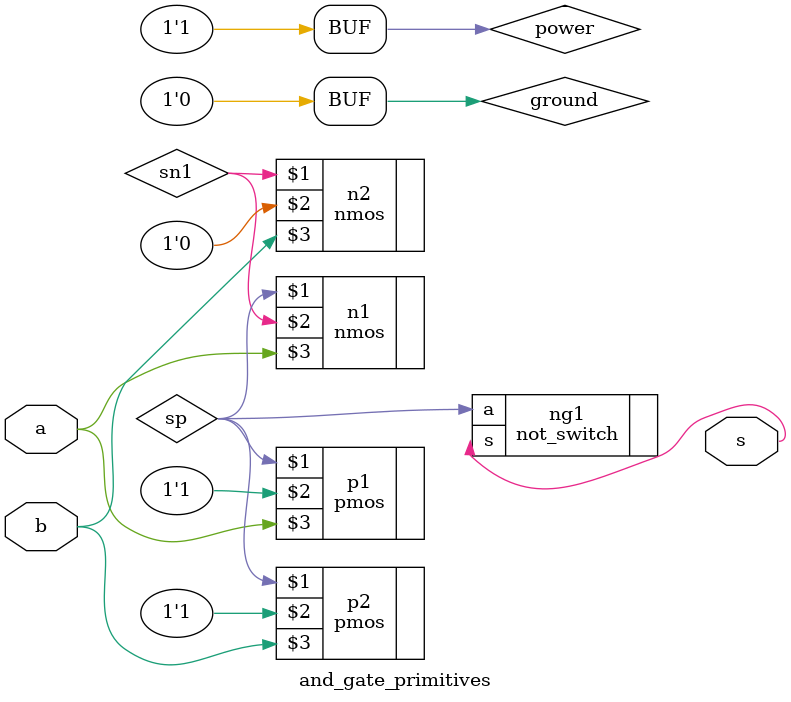
<source format=v>
module and_gate_primitives(input a, b, output s);

	// implementacao de NAND Gate
	supply1 power;             
	supply0 ground;  
	wire sp, sn1;   

	pmos p1 (sp, power, a);     
	pmos p2 (sp, power, b);     
	nmos n1 (sp, sn1, a);    
	nmos n2 (sn1, ground, b);
	
	// instanciacao da NOT Gate
	not_switch ng1 (.a(sp), .s(s));
   
endmodule

</source>
